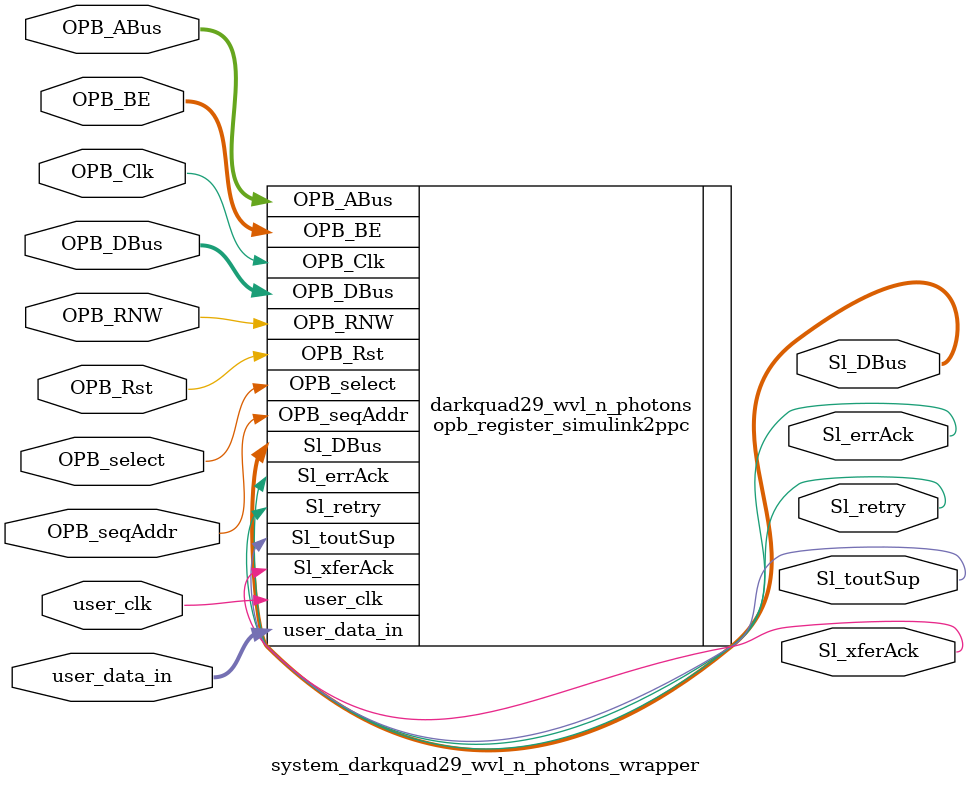
<source format=v>

module system_darkquad29_wvl_n_photons_wrapper
  (
    OPB_Clk,
    OPB_Rst,
    Sl_DBus,
    Sl_errAck,
    Sl_retry,
    Sl_toutSup,
    Sl_xferAck,
    OPB_ABus,
    OPB_BE,
    OPB_DBus,
    OPB_RNW,
    OPB_select,
    OPB_seqAddr,
    user_data_in,
    user_clk
  );
  input OPB_Clk;
  input OPB_Rst;
  output [0:31] Sl_DBus;
  output Sl_errAck;
  output Sl_retry;
  output Sl_toutSup;
  output Sl_xferAck;
  input [0:31] OPB_ABus;
  input [0:3] OPB_BE;
  input [0:31] OPB_DBus;
  input OPB_RNW;
  input OPB_select;
  input OPB_seqAddr;
  input [31:0] user_data_in;
  input user_clk;

  opb_register_simulink2ppc
    #(
      .C_BASEADDR ( 32'h01188500 ),
      .C_HIGHADDR ( 32'h011885FF ),
      .C_OPB_AWIDTH ( 32 ),
      .C_OPB_DWIDTH ( 32 ),
      .C_FAMILY ( "virtex6" )
    )
    darkquad29_wvl_n_photons (
      .OPB_Clk ( OPB_Clk ),
      .OPB_Rst ( OPB_Rst ),
      .Sl_DBus ( Sl_DBus ),
      .Sl_errAck ( Sl_errAck ),
      .Sl_retry ( Sl_retry ),
      .Sl_toutSup ( Sl_toutSup ),
      .Sl_xferAck ( Sl_xferAck ),
      .OPB_ABus ( OPB_ABus ),
      .OPB_BE ( OPB_BE ),
      .OPB_DBus ( OPB_DBus ),
      .OPB_RNW ( OPB_RNW ),
      .OPB_select ( OPB_select ),
      .OPB_seqAddr ( OPB_seqAddr ),
      .user_data_in ( user_data_in ),
      .user_clk ( user_clk )
    );

endmodule


</source>
